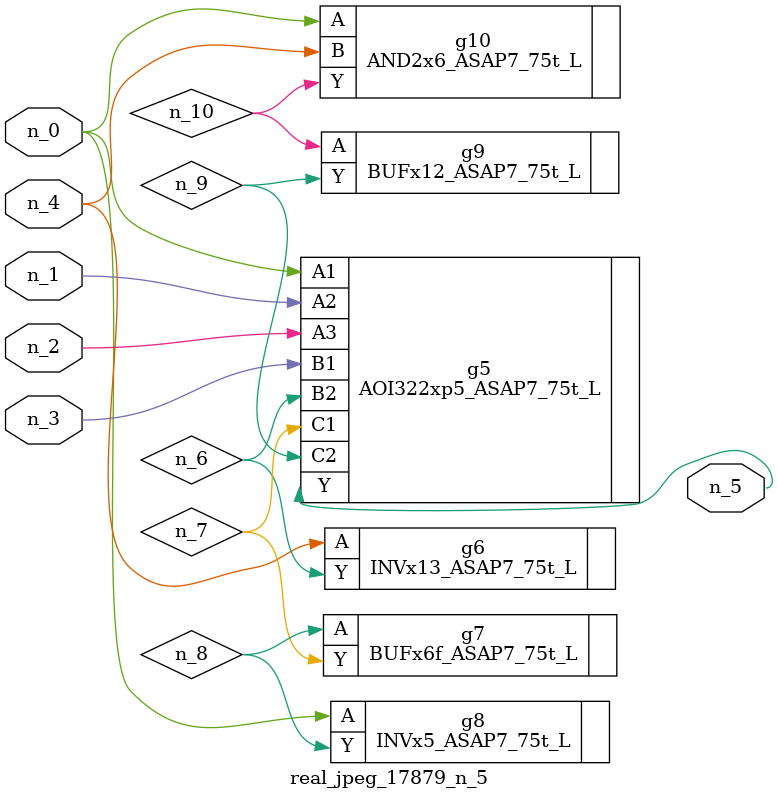
<source format=v>
module real_jpeg_17879_n_5 (n_4, n_0, n_1, n_2, n_3, n_5);

input n_4;
input n_0;
input n_1;
input n_2;
input n_3;

output n_5;

wire n_8;
wire n_6;
wire n_7;
wire n_10;
wire n_9;

AOI322xp5_ASAP7_75t_L g5 ( 
.A1(n_0),
.A2(n_1),
.A3(n_2),
.B1(n_3),
.B2(n_6),
.C1(n_7),
.C2(n_9),
.Y(n_5)
);

INVx5_ASAP7_75t_L g8 ( 
.A(n_0),
.Y(n_8)
);

AND2x6_ASAP7_75t_L g10 ( 
.A(n_0),
.B(n_4),
.Y(n_10)
);

INVx13_ASAP7_75t_L g6 ( 
.A(n_4),
.Y(n_6)
);

BUFx6f_ASAP7_75t_L g7 ( 
.A(n_8),
.Y(n_7)
);

BUFx12_ASAP7_75t_L g9 ( 
.A(n_10),
.Y(n_9)
);


endmodule
</source>
